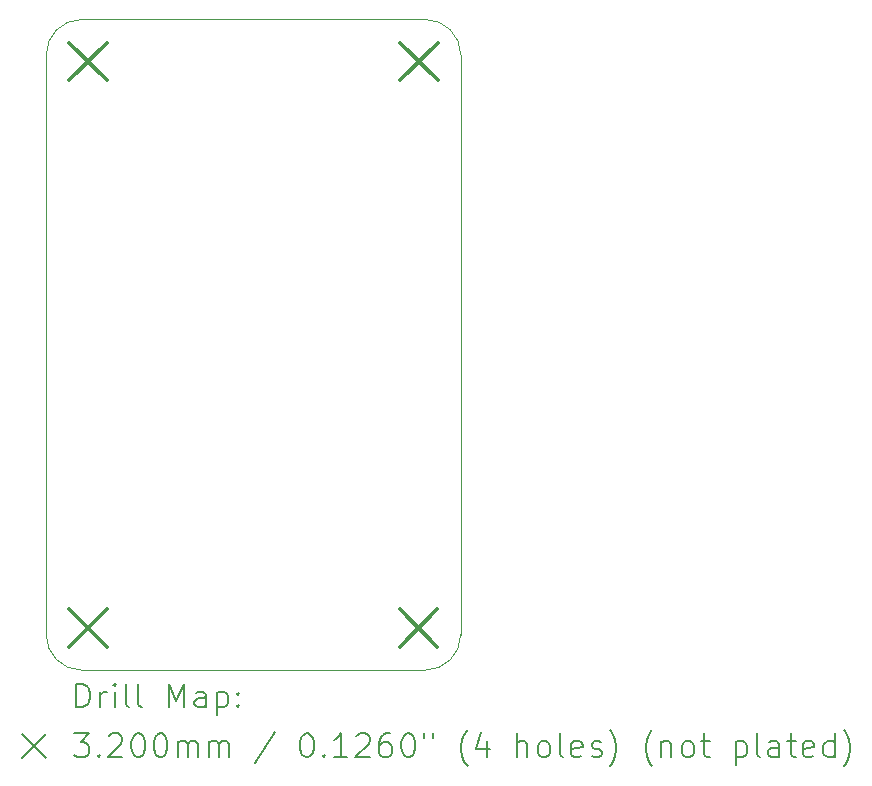
<source format=gbr>
%TF.GenerationSoftware,KiCad,Pcbnew,7.0.10*%
%TF.CreationDate,2024-11-08T18:26:38-05:00*%
%TF.ProjectId,Novel Mechanism 1 Board,4e6f7665-6c20-44d6-9563-68616e69736d,rev?*%
%TF.SameCoordinates,Original*%
%TF.FileFunction,Drillmap*%
%TF.FilePolarity,Positive*%
%FSLAX45Y45*%
G04 Gerber Fmt 4.5, Leading zero omitted, Abs format (unit mm)*
G04 Created by KiCad (PCBNEW 7.0.10) date 2024-11-08 18:26:38*
%MOMM*%
%LPD*%
G01*
G04 APERTURE LIST*
%ADD10C,0.100000*%
%ADD11C,0.200000*%
%ADD12C,0.320000*%
G04 APERTURE END LIST*
D10*
X5166080Y-7515860D02*
G75*
G03*
X5466080Y-7215860I0J300000D01*
G01*
X1955800Y-7215860D02*
X1955800Y-2306600D01*
X5466080Y-2306600D02*
X5466080Y-7215860D01*
X1955800Y-7215860D02*
G75*
G03*
X2255800Y-7515860I300000J0D01*
G01*
X5166080Y-7515860D02*
X2255800Y-7515860D01*
X5466080Y-2306600D02*
G75*
G03*
X5166080Y-2006600I-300000J0D01*
G01*
X2255800Y-2006600D02*
G75*
G03*
X1955800Y-2306600I0J-300000D01*
G01*
X2255800Y-2006600D02*
X5166080Y-2006600D01*
D11*
D12*
X2151000Y-2202500D02*
X2471000Y-2522500D01*
X2471000Y-2202500D02*
X2151000Y-2522500D01*
X2151000Y-7002500D02*
X2471000Y-7322500D01*
X2471000Y-7002500D02*
X2151000Y-7322500D01*
X4948000Y-7002500D02*
X5268000Y-7322500D01*
X5268000Y-7002500D02*
X4948000Y-7322500D01*
X4951000Y-2202500D02*
X5271000Y-2522500D01*
X5271000Y-2202500D02*
X4951000Y-2522500D01*
D11*
X2211577Y-7832344D02*
X2211577Y-7632344D01*
X2211577Y-7632344D02*
X2259196Y-7632344D01*
X2259196Y-7632344D02*
X2287767Y-7641868D01*
X2287767Y-7641868D02*
X2306815Y-7660915D01*
X2306815Y-7660915D02*
X2316339Y-7679963D01*
X2316339Y-7679963D02*
X2325863Y-7718058D01*
X2325863Y-7718058D02*
X2325863Y-7746629D01*
X2325863Y-7746629D02*
X2316339Y-7784725D01*
X2316339Y-7784725D02*
X2306815Y-7803772D01*
X2306815Y-7803772D02*
X2287767Y-7822820D01*
X2287767Y-7822820D02*
X2259196Y-7832344D01*
X2259196Y-7832344D02*
X2211577Y-7832344D01*
X2411577Y-7832344D02*
X2411577Y-7699010D01*
X2411577Y-7737106D02*
X2421101Y-7718058D01*
X2421101Y-7718058D02*
X2430624Y-7708534D01*
X2430624Y-7708534D02*
X2449672Y-7699010D01*
X2449672Y-7699010D02*
X2468720Y-7699010D01*
X2535386Y-7832344D02*
X2535386Y-7699010D01*
X2535386Y-7632344D02*
X2525863Y-7641868D01*
X2525863Y-7641868D02*
X2535386Y-7651391D01*
X2535386Y-7651391D02*
X2544910Y-7641868D01*
X2544910Y-7641868D02*
X2535386Y-7632344D01*
X2535386Y-7632344D02*
X2535386Y-7651391D01*
X2659196Y-7832344D02*
X2640148Y-7822820D01*
X2640148Y-7822820D02*
X2630624Y-7803772D01*
X2630624Y-7803772D02*
X2630624Y-7632344D01*
X2763958Y-7832344D02*
X2744910Y-7822820D01*
X2744910Y-7822820D02*
X2735386Y-7803772D01*
X2735386Y-7803772D02*
X2735386Y-7632344D01*
X2992529Y-7832344D02*
X2992529Y-7632344D01*
X2992529Y-7632344D02*
X3059196Y-7775201D01*
X3059196Y-7775201D02*
X3125862Y-7632344D01*
X3125862Y-7632344D02*
X3125862Y-7832344D01*
X3306815Y-7832344D02*
X3306815Y-7727582D01*
X3306815Y-7727582D02*
X3297291Y-7708534D01*
X3297291Y-7708534D02*
X3278243Y-7699010D01*
X3278243Y-7699010D02*
X3240148Y-7699010D01*
X3240148Y-7699010D02*
X3221101Y-7708534D01*
X3306815Y-7822820D02*
X3287767Y-7832344D01*
X3287767Y-7832344D02*
X3240148Y-7832344D01*
X3240148Y-7832344D02*
X3221101Y-7822820D01*
X3221101Y-7822820D02*
X3211577Y-7803772D01*
X3211577Y-7803772D02*
X3211577Y-7784725D01*
X3211577Y-7784725D02*
X3221101Y-7765677D01*
X3221101Y-7765677D02*
X3240148Y-7756153D01*
X3240148Y-7756153D02*
X3287767Y-7756153D01*
X3287767Y-7756153D02*
X3306815Y-7746629D01*
X3402053Y-7699010D02*
X3402053Y-7899010D01*
X3402053Y-7708534D02*
X3421101Y-7699010D01*
X3421101Y-7699010D02*
X3459196Y-7699010D01*
X3459196Y-7699010D02*
X3478243Y-7708534D01*
X3478243Y-7708534D02*
X3487767Y-7718058D01*
X3487767Y-7718058D02*
X3497291Y-7737106D01*
X3497291Y-7737106D02*
X3497291Y-7794248D01*
X3497291Y-7794248D02*
X3487767Y-7813296D01*
X3487767Y-7813296D02*
X3478243Y-7822820D01*
X3478243Y-7822820D02*
X3459196Y-7832344D01*
X3459196Y-7832344D02*
X3421101Y-7832344D01*
X3421101Y-7832344D02*
X3402053Y-7822820D01*
X3583005Y-7813296D02*
X3592529Y-7822820D01*
X3592529Y-7822820D02*
X3583005Y-7832344D01*
X3583005Y-7832344D02*
X3573482Y-7822820D01*
X3573482Y-7822820D02*
X3583005Y-7813296D01*
X3583005Y-7813296D02*
X3583005Y-7832344D01*
X3583005Y-7708534D02*
X3592529Y-7718058D01*
X3592529Y-7718058D02*
X3583005Y-7727582D01*
X3583005Y-7727582D02*
X3573482Y-7718058D01*
X3573482Y-7718058D02*
X3583005Y-7708534D01*
X3583005Y-7708534D02*
X3583005Y-7727582D01*
X1750800Y-8060860D02*
X1950800Y-8260860D01*
X1950800Y-8060860D02*
X1750800Y-8260860D01*
X2192529Y-8052344D02*
X2316339Y-8052344D01*
X2316339Y-8052344D02*
X2249672Y-8128534D01*
X2249672Y-8128534D02*
X2278244Y-8128534D01*
X2278244Y-8128534D02*
X2297291Y-8138058D01*
X2297291Y-8138058D02*
X2306815Y-8147582D01*
X2306815Y-8147582D02*
X2316339Y-8166629D01*
X2316339Y-8166629D02*
X2316339Y-8214248D01*
X2316339Y-8214248D02*
X2306815Y-8233296D01*
X2306815Y-8233296D02*
X2297291Y-8242820D01*
X2297291Y-8242820D02*
X2278244Y-8252344D01*
X2278244Y-8252344D02*
X2221101Y-8252344D01*
X2221101Y-8252344D02*
X2202053Y-8242820D01*
X2202053Y-8242820D02*
X2192529Y-8233296D01*
X2402053Y-8233296D02*
X2411577Y-8242820D01*
X2411577Y-8242820D02*
X2402053Y-8252344D01*
X2402053Y-8252344D02*
X2392529Y-8242820D01*
X2392529Y-8242820D02*
X2402053Y-8233296D01*
X2402053Y-8233296D02*
X2402053Y-8252344D01*
X2487767Y-8071391D02*
X2497291Y-8061868D01*
X2497291Y-8061868D02*
X2516339Y-8052344D01*
X2516339Y-8052344D02*
X2563958Y-8052344D01*
X2563958Y-8052344D02*
X2583005Y-8061868D01*
X2583005Y-8061868D02*
X2592529Y-8071391D01*
X2592529Y-8071391D02*
X2602053Y-8090439D01*
X2602053Y-8090439D02*
X2602053Y-8109487D01*
X2602053Y-8109487D02*
X2592529Y-8138058D01*
X2592529Y-8138058D02*
X2478244Y-8252344D01*
X2478244Y-8252344D02*
X2602053Y-8252344D01*
X2725863Y-8052344D02*
X2744910Y-8052344D01*
X2744910Y-8052344D02*
X2763958Y-8061868D01*
X2763958Y-8061868D02*
X2773482Y-8071391D01*
X2773482Y-8071391D02*
X2783005Y-8090439D01*
X2783005Y-8090439D02*
X2792529Y-8128534D01*
X2792529Y-8128534D02*
X2792529Y-8176153D01*
X2792529Y-8176153D02*
X2783005Y-8214248D01*
X2783005Y-8214248D02*
X2773482Y-8233296D01*
X2773482Y-8233296D02*
X2763958Y-8242820D01*
X2763958Y-8242820D02*
X2744910Y-8252344D01*
X2744910Y-8252344D02*
X2725863Y-8252344D01*
X2725863Y-8252344D02*
X2706815Y-8242820D01*
X2706815Y-8242820D02*
X2697291Y-8233296D01*
X2697291Y-8233296D02*
X2687767Y-8214248D01*
X2687767Y-8214248D02*
X2678244Y-8176153D01*
X2678244Y-8176153D02*
X2678244Y-8128534D01*
X2678244Y-8128534D02*
X2687767Y-8090439D01*
X2687767Y-8090439D02*
X2697291Y-8071391D01*
X2697291Y-8071391D02*
X2706815Y-8061868D01*
X2706815Y-8061868D02*
X2725863Y-8052344D01*
X2916339Y-8052344D02*
X2935386Y-8052344D01*
X2935386Y-8052344D02*
X2954434Y-8061868D01*
X2954434Y-8061868D02*
X2963958Y-8071391D01*
X2963958Y-8071391D02*
X2973482Y-8090439D01*
X2973482Y-8090439D02*
X2983005Y-8128534D01*
X2983005Y-8128534D02*
X2983005Y-8176153D01*
X2983005Y-8176153D02*
X2973482Y-8214248D01*
X2973482Y-8214248D02*
X2963958Y-8233296D01*
X2963958Y-8233296D02*
X2954434Y-8242820D01*
X2954434Y-8242820D02*
X2935386Y-8252344D01*
X2935386Y-8252344D02*
X2916339Y-8252344D01*
X2916339Y-8252344D02*
X2897291Y-8242820D01*
X2897291Y-8242820D02*
X2887767Y-8233296D01*
X2887767Y-8233296D02*
X2878243Y-8214248D01*
X2878243Y-8214248D02*
X2868720Y-8176153D01*
X2868720Y-8176153D02*
X2868720Y-8128534D01*
X2868720Y-8128534D02*
X2878243Y-8090439D01*
X2878243Y-8090439D02*
X2887767Y-8071391D01*
X2887767Y-8071391D02*
X2897291Y-8061868D01*
X2897291Y-8061868D02*
X2916339Y-8052344D01*
X3068720Y-8252344D02*
X3068720Y-8119010D01*
X3068720Y-8138058D02*
X3078243Y-8128534D01*
X3078243Y-8128534D02*
X3097291Y-8119010D01*
X3097291Y-8119010D02*
X3125863Y-8119010D01*
X3125863Y-8119010D02*
X3144910Y-8128534D01*
X3144910Y-8128534D02*
X3154434Y-8147582D01*
X3154434Y-8147582D02*
X3154434Y-8252344D01*
X3154434Y-8147582D02*
X3163958Y-8128534D01*
X3163958Y-8128534D02*
X3183005Y-8119010D01*
X3183005Y-8119010D02*
X3211577Y-8119010D01*
X3211577Y-8119010D02*
X3230624Y-8128534D01*
X3230624Y-8128534D02*
X3240148Y-8147582D01*
X3240148Y-8147582D02*
X3240148Y-8252344D01*
X3335386Y-8252344D02*
X3335386Y-8119010D01*
X3335386Y-8138058D02*
X3344910Y-8128534D01*
X3344910Y-8128534D02*
X3363958Y-8119010D01*
X3363958Y-8119010D02*
X3392529Y-8119010D01*
X3392529Y-8119010D02*
X3411577Y-8128534D01*
X3411577Y-8128534D02*
X3421101Y-8147582D01*
X3421101Y-8147582D02*
X3421101Y-8252344D01*
X3421101Y-8147582D02*
X3430624Y-8128534D01*
X3430624Y-8128534D02*
X3449672Y-8119010D01*
X3449672Y-8119010D02*
X3478243Y-8119010D01*
X3478243Y-8119010D02*
X3497291Y-8128534D01*
X3497291Y-8128534D02*
X3506815Y-8147582D01*
X3506815Y-8147582D02*
X3506815Y-8252344D01*
X3897291Y-8042820D02*
X3725863Y-8299963D01*
X4154434Y-8052344D02*
X4173482Y-8052344D01*
X4173482Y-8052344D02*
X4192529Y-8061868D01*
X4192529Y-8061868D02*
X4202053Y-8071391D01*
X4202053Y-8071391D02*
X4211577Y-8090439D01*
X4211577Y-8090439D02*
X4221101Y-8128534D01*
X4221101Y-8128534D02*
X4221101Y-8176153D01*
X4221101Y-8176153D02*
X4211577Y-8214248D01*
X4211577Y-8214248D02*
X4202053Y-8233296D01*
X4202053Y-8233296D02*
X4192529Y-8242820D01*
X4192529Y-8242820D02*
X4173482Y-8252344D01*
X4173482Y-8252344D02*
X4154434Y-8252344D01*
X4154434Y-8252344D02*
X4135386Y-8242820D01*
X4135386Y-8242820D02*
X4125863Y-8233296D01*
X4125863Y-8233296D02*
X4116339Y-8214248D01*
X4116339Y-8214248D02*
X4106815Y-8176153D01*
X4106815Y-8176153D02*
X4106815Y-8128534D01*
X4106815Y-8128534D02*
X4116339Y-8090439D01*
X4116339Y-8090439D02*
X4125863Y-8071391D01*
X4125863Y-8071391D02*
X4135386Y-8061868D01*
X4135386Y-8061868D02*
X4154434Y-8052344D01*
X4306815Y-8233296D02*
X4316339Y-8242820D01*
X4316339Y-8242820D02*
X4306815Y-8252344D01*
X4306815Y-8252344D02*
X4297291Y-8242820D01*
X4297291Y-8242820D02*
X4306815Y-8233296D01*
X4306815Y-8233296D02*
X4306815Y-8252344D01*
X4506815Y-8252344D02*
X4392529Y-8252344D01*
X4449672Y-8252344D02*
X4449672Y-8052344D01*
X4449672Y-8052344D02*
X4430625Y-8080915D01*
X4430625Y-8080915D02*
X4411577Y-8099963D01*
X4411577Y-8099963D02*
X4392529Y-8109487D01*
X4583006Y-8071391D02*
X4592529Y-8061868D01*
X4592529Y-8061868D02*
X4611577Y-8052344D01*
X4611577Y-8052344D02*
X4659196Y-8052344D01*
X4659196Y-8052344D02*
X4678244Y-8061868D01*
X4678244Y-8061868D02*
X4687768Y-8071391D01*
X4687768Y-8071391D02*
X4697291Y-8090439D01*
X4697291Y-8090439D02*
X4697291Y-8109487D01*
X4697291Y-8109487D02*
X4687768Y-8138058D01*
X4687768Y-8138058D02*
X4573482Y-8252344D01*
X4573482Y-8252344D02*
X4697291Y-8252344D01*
X4868720Y-8052344D02*
X4830625Y-8052344D01*
X4830625Y-8052344D02*
X4811577Y-8061868D01*
X4811577Y-8061868D02*
X4802053Y-8071391D01*
X4802053Y-8071391D02*
X4783006Y-8099963D01*
X4783006Y-8099963D02*
X4773482Y-8138058D01*
X4773482Y-8138058D02*
X4773482Y-8214248D01*
X4773482Y-8214248D02*
X4783006Y-8233296D01*
X4783006Y-8233296D02*
X4792529Y-8242820D01*
X4792529Y-8242820D02*
X4811577Y-8252344D01*
X4811577Y-8252344D02*
X4849672Y-8252344D01*
X4849672Y-8252344D02*
X4868720Y-8242820D01*
X4868720Y-8242820D02*
X4878244Y-8233296D01*
X4878244Y-8233296D02*
X4887768Y-8214248D01*
X4887768Y-8214248D02*
X4887768Y-8166629D01*
X4887768Y-8166629D02*
X4878244Y-8147582D01*
X4878244Y-8147582D02*
X4868720Y-8138058D01*
X4868720Y-8138058D02*
X4849672Y-8128534D01*
X4849672Y-8128534D02*
X4811577Y-8128534D01*
X4811577Y-8128534D02*
X4792529Y-8138058D01*
X4792529Y-8138058D02*
X4783006Y-8147582D01*
X4783006Y-8147582D02*
X4773482Y-8166629D01*
X5011577Y-8052344D02*
X5030625Y-8052344D01*
X5030625Y-8052344D02*
X5049672Y-8061868D01*
X5049672Y-8061868D02*
X5059196Y-8071391D01*
X5059196Y-8071391D02*
X5068720Y-8090439D01*
X5068720Y-8090439D02*
X5078244Y-8128534D01*
X5078244Y-8128534D02*
X5078244Y-8176153D01*
X5078244Y-8176153D02*
X5068720Y-8214248D01*
X5068720Y-8214248D02*
X5059196Y-8233296D01*
X5059196Y-8233296D02*
X5049672Y-8242820D01*
X5049672Y-8242820D02*
X5030625Y-8252344D01*
X5030625Y-8252344D02*
X5011577Y-8252344D01*
X5011577Y-8252344D02*
X4992529Y-8242820D01*
X4992529Y-8242820D02*
X4983006Y-8233296D01*
X4983006Y-8233296D02*
X4973482Y-8214248D01*
X4973482Y-8214248D02*
X4963958Y-8176153D01*
X4963958Y-8176153D02*
X4963958Y-8128534D01*
X4963958Y-8128534D02*
X4973482Y-8090439D01*
X4973482Y-8090439D02*
X4983006Y-8071391D01*
X4983006Y-8071391D02*
X4992529Y-8061868D01*
X4992529Y-8061868D02*
X5011577Y-8052344D01*
X5154434Y-8052344D02*
X5154434Y-8090439D01*
X5230625Y-8052344D02*
X5230625Y-8090439D01*
X5525863Y-8328534D02*
X5516339Y-8319010D01*
X5516339Y-8319010D02*
X5497291Y-8290439D01*
X5497291Y-8290439D02*
X5487768Y-8271391D01*
X5487768Y-8271391D02*
X5478244Y-8242820D01*
X5478244Y-8242820D02*
X5468720Y-8195201D01*
X5468720Y-8195201D02*
X5468720Y-8157106D01*
X5468720Y-8157106D02*
X5478244Y-8109487D01*
X5478244Y-8109487D02*
X5487768Y-8080915D01*
X5487768Y-8080915D02*
X5497291Y-8061868D01*
X5497291Y-8061868D02*
X5516339Y-8033296D01*
X5516339Y-8033296D02*
X5525863Y-8023772D01*
X5687768Y-8119010D02*
X5687768Y-8252344D01*
X5640148Y-8042820D02*
X5592529Y-8185677D01*
X5592529Y-8185677D02*
X5716339Y-8185677D01*
X5944910Y-8252344D02*
X5944910Y-8052344D01*
X6030625Y-8252344D02*
X6030625Y-8147582D01*
X6030625Y-8147582D02*
X6021101Y-8128534D01*
X6021101Y-8128534D02*
X6002053Y-8119010D01*
X6002053Y-8119010D02*
X5973482Y-8119010D01*
X5973482Y-8119010D02*
X5954434Y-8128534D01*
X5954434Y-8128534D02*
X5944910Y-8138058D01*
X6154434Y-8252344D02*
X6135387Y-8242820D01*
X6135387Y-8242820D02*
X6125863Y-8233296D01*
X6125863Y-8233296D02*
X6116339Y-8214248D01*
X6116339Y-8214248D02*
X6116339Y-8157106D01*
X6116339Y-8157106D02*
X6125863Y-8138058D01*
X6125863Y-8138058D02*
X6135387Y-8128534D01*
X6135387Y-8128534D02*
X6154434Y-8119010D01*
X6154434Y-8119010D02*
X6183006Y-8119010D01*
X6183006Y-8119010D02*
X6202053Y-8128534D01*
X6202053Y-8128534D02*
X6211577Y-8138058D01*
X6211577Y-8138058D02*
X6221101Y-8157106D01*
X6221101Y-8157106D02*
X6221101Y-8214248D01*
X6221101Y-8214248D02*
X6211577Y-8233296D01*
X6211577Y-8233296D02*
X6202053Y-8242820D01*
X6202053Y-8242820D02*
X6183006Y-8252344D01*
X6183006Y-8252344D02*
X6154434Y-8252344D01*
X6335387Y-8252344D02*
X6316339Y-8242820D01*
X6316339Y-8242820D02*
X6306815Y-8223772D01*
X6306815Y-8223772D02*
X6306815Y-8052344D01*
X6487768Y-8242820D02*
X6468720Y-8252344D01*
X6468720Y-8252344D02*
X6430625Y-8252344D01*
X6430625Y-8252344D02*
X6411577Y-8242820D01*
X6411577Y-8242820D02*
X6402053Y-8223772D01*
X6402053Y-8223772D02*
X6402053Y-8147582D01*
X6402053Y-8147582D02*
X6411577Y-8128534D01*
X6411577Y-8128534D02*
X6430625Y-8119010D01*
X6430625Y-8119010D02*
X6468720Y-8119010D01*
X6468720Y-8119010D02*
X6487768Y-8128534D01*
X6487768Y-8128534D02*
X6497291Y-8147582D01*
X6497291Y-8147582D02*
X6497291Y-8166629D01*
X6497291Y-8166629D02*
X6402053Y-8185677D01*
X6573482Y-8242820D02*
X6592530Y-8252344D01*
X6592530Y-8252344D02*
X6630625Y-8252344D01*
X6630625Y-8252344D02*
X6649672Y-8242820D01*
X6649672Y-8242820D02*
X6659196Y-8223772D01*
X6659196Y-8223772D02*
X6659196Y-8214248D01*
X6659196Y-8214248D02*
X6649672Y-8195201D01*
X6649672Y-8195201D02*
X6630625Y-8185677D01*
X6630625Y-8185677D02*
X6602053Y-8185677D01*
X6602053Y-8185677D02*
X6583006Y-8176153D01*
X6583006Y-8176153D02*
X6573482Y-8157106D01*
X6573482Y-8157106D02*
X6573482Y-8147582D01*
X6573482Y-8147582D02*
X6583006Y-8128534D01*
X6583006Y-8128534D02*
X6602053Y-8119010D01*
X6602053Y-8119010D02*
X6630625Y-8119010D01*
X6630625Y-8119010D02*
X6649672Y-8128534D01*
X6725863Y-8328534D02*
X6735387Y-8319010D01*
X6735387Y-8319010D02*
X6754434Y-8290439D01*
X6754434Y-8290439D02*
X6763958Y-8271391D01*
X6763958Y-8271391D02*
X6773482Y-8242820D01*
X6773482Y-8242820D02*
X6783006Y-8195201D01*
X6783006Y-8195201D02*
X6783006Y-8157106D01*
X6783006Y-8157106D02*
X6773482Y-8109487D01*
X6773482Y-8109487D02*
X6763958Y-8080915D01*
X6763958Y-8080915D02*
X6754434Y-8061868D01*
X6754434Y-8061868D02*
X6735387Y-8033296D01*
X6735387Y-8033296D02*
X6725863Y-8023772D01*
X7087768Y-8328534D02*
X7078244Y-8319010D01*
X7078244Y-8319010D02*
X7059196Y-8290439D01*
X7059196Y-8290439D02*
X7049672Y-8271391D01*
X7049672Y-8271391D02*
X7040149Y-8242820D01*
X7040149Y-8242820D02*
X7030625Y-8195201D01*
X7030625Y-8195201D02*
X7030625Y-8157106D01*
X7030625Y-8157106D02*
X7040149Y-8109487D01*
X7040149Y-8109487D02*
X7049672Y-8080915D01*
X7049672Y-8080915D02*
X7059196Y-8061868D01*
X7059196Y-8061868D02*
X7078244Y-8033296D01*
X7078244Y-8033296D02*
X7087768Y-8023772D01*
X7163958Y-8119010D02*
X7163958Y-8252344D01*
X7163958Y-8138058D02*
X7173482Y-8128534D01*
X7173482Y-8128534D02*
X7192530Y-8119010D01*
X7192530Y-8119010D02*
X7221101Y-8119010D01*
X7221101Y-8119010D02*
X7240149Y-8128534D01*
X7240149Y-8128534D02*
X7249672Y-8147582D01*
X7249672Y-8147582D02*
X7249672Y-8252344D01*
X7373482Y-8252344D02*
X7354434Y-8242820D01*
X7354434Y-8242820D02*
X7344911Y-8233296D01*
X7344911Y-8233296D02*
X7335387Y-8214248D01*
X7335387Y-8214248D02*
X7335387Y-8157106D01*
X7335387Y-8157106D02*
X7344911Y-8138058D01*
X7344911Y-8138058D02*
X7354434Y-8128534D01*
X7354434Y-8128534D02*
X7373482Y-8119010D01*
X7373482Y-8119010D02*
X7402053Y-8119010D01*
X7402053Y-8119010D02*
X7421101Y-8128534D01*
X7421101Y-8128534D02*
X7430625Y-8138058D01*
X7430625Y-8138058D02*
X7440149Y-8157106D01*
X7440149Y-8157106D02*
X7440149Y-8214248D01*
X7440149Y-8214248D02*
X7430625Y-8233296D01*
X7430625Y-8233296D02*
X7421101Y-8242820D01*
X7421101Y-8242820D02*
X7402053Y-8252344D01*
X7402053Y-8252344D02*
X7373482Y-8252344D01*
X7497292Y-8119010D02*
X7573482Y-8119010D01*
X7525863Y-8052344D02*
X7525863Y-8223772D01*
X7525863Y-8223772D02*
X7535387Y-8242820D01*
X7535387Y-8242820D02*
X7554434Y-8252344D01*
X7554434Y-8252344D02*
X7573482Y-8252344D01*
X7792530Y-8119010D02*
X7792530Y-8319010D01*
X7792530Y-8128534D02*
X7811577Y-8119010D01*
X7811577Y-8119010D02*
X7849673Y-8119010D01*
X7849673Y-8119010D02*
X7868720Y-8128534D01*
X7868720Y-8128534D02*
X7878244Y-8138058D01*
X7878244Y-8138058D02*
X7887768Y-8157106D01*
X7887768Y-8157106D02*
X7887768Y-8214248D01*
X7887768Y-8214248D02*
X7878244Y-8233296D01*
X7878244Y-8233296D02*
X7868720Y-8242820D01*
X7868720Y-8242820D02*
X7849673Y-8252344D01*
X7849673Y-8252344D02*
X7811577Y-8252344D01*
X7811577Y-8252344D02*
X7792530Y-8242820D01*
X8002053Y-8252344D02*
X7983006Y-8242820D01*
X7983006Y-8242820D02*
X7973482Y-8223772D01*
X7973482Y-8223772D02*
X7973482Y-8052344D01*
X8163958Y-8252344D02*
X8163958Y-8147582D01*
X8163958Y-8147582D02*
X8154434Y-8128534D01*
X8154434Y-8128534D02*
X8135387Y-8119010D01*
X8135387Y-8119010D02*
X8097292Y-8119010D01*
X8097292Y-8119010D02*
X8078244Y-8128534D01*
X8163958Y-8242820D02*
X8144911Y-8252344D01*
X8144911Y-8252344D02*
X8097292Y-8252344D01*
X8097292Y-8252344D02*
X8078244Y-8242820D01*
X8078244Y-8242820D02*
X8068720Y-8223772D01*
X8068720Y-8223772D02*
X8068720Y-8204725D01*
X8068720Y-8204725D02*
X8078244Y-8185677D01*
X8078244Y-8185677D02*
X8097292Y-8176153D01*
X8097292Y-8176153D02*
X8144911Y-8176153D01*
X8144911Y-8176153D02*
X8163958Y-8166629D01*
X8230625Y-8119010D02*
X8306815Y-8119010D01*
X8259196Y-8052344D02*
X8259196Y-8223772D01*
X8259196Y-8223772D02*
X8268720Y-8242820D01*
X8268720Y-8242820D02*
X8287768Y-8252344D01*
X8287768Y-8252344D02*
X8306815Y-8252344D01*
X8449673Y-8242820D02*
X8430625Y-8252344D01*
X8430625Y-8252344D02*
X8392530Y-8252344D01*
X8392530Y-8252344D02*
X8373482Y-8242820D01*
X8373482Y-8242820D02*
X8363958Y-8223772D01*
X8363958Y-8223772D02*
X8363958Y-8147582D01*
X8363958Y-8147582D02*
X8373482Y-8128534D01*
X8373482Y-8128534D02*
X8392530Y-8119010D01*
X8392530Y-8119010D02*
X8430625Y-8119010D01*
X8430625Y-8119010D02*
X8449673Y-8128534D01*
X8449673Y-8128534D02*
X8459196Y-8147582D01*
X8459196Y-8147582D02*
X8459196Y-8166629D01*
X8459196Y-8166629D02*
X8363958Y-8185677D01*
X8630625Y-8252344D02*
X8630625Y-8052344D01*
X8630625Y-8242820D02*
X8611577Y-8252344D01*
X8611577Y-8252344D02*
X8573482Y-8252344D01*
X8573482Y-8252344D02*
X8554435Y-8242820D01*
X8554435Y-8242820D02*
X8544911Y-8233296D01*
X8544911Y-8233296D02*
X8535387Y-8214248D01*
X8535387Y-8214248D02*
X8535387Y-8157106D01*
X8535387Y-8157106D02*
X8544911Y-8138058D01*
X8544911Y-8138058D02*
X8554435Y-8128534D01*
X8554435Y-8128534D02*
X8573482Y-8119010D01*
X8573482Y-8119010D02*
X8611577Y-8119010D01*
X8611577Y-8119010D02*
X8630625Y-8128534D01*
X8706816Y-8328534D02*
X8716339Y-8319010D01*
X8716339Y-8319010D02*
X8735387Y-8290439D01*
X8735387Y-8290439D02*
X8744911Y-8271391D01*
X8744911Y-8271391D02*
X8754435Y-8242820D01*
X8754435Y-8242820D02*
X8763958Y-8195201D01*
X8763958Y-8195201D02*
X8763958Y-8157106D01*
X8763958Y-8157106D02*
X8754435Y-8109487D01*
X8754435Y-8109487D02*
X8744911Y-8080915D01*
X8744911Y-8080915D02*
X8735387Y-8061868D01*
X8735387Y-8061868D02*
X8716339Y-8033296D01*
X8716339Y-8033296D02*
X8706816Y-8023772D01*
M02*

</source>
